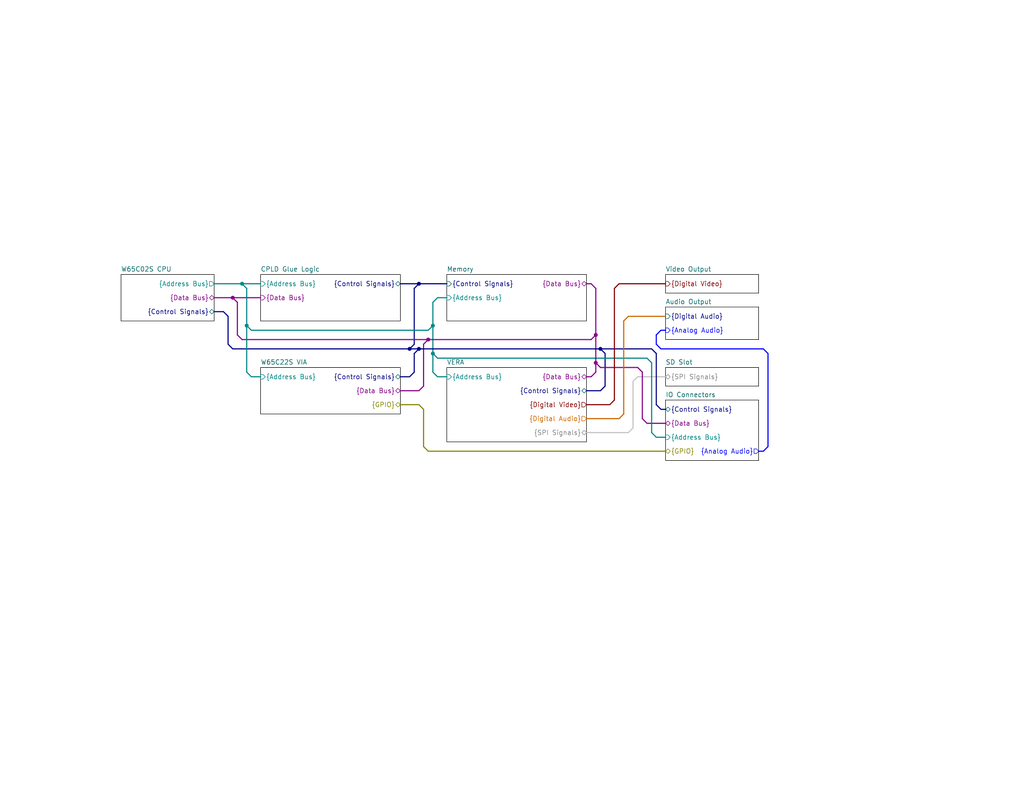
<source format=kicad_sch>
(kicad_sch (version 20230121) (generator eeschema)
  (paper "USLetter")
  (title_block (title "Sentinel 65X") (rev "0") (company "Stuidio 8502"))
  (lib_symbols)
  (bus_alias "Address Bus" (members "A[0..19]" "AC[0..15]"))
  (bus_alias "Analog Audio" (members "AUDIO_L" "AUDIO_R"))
  (bus_alias "Control Signals" (members "~{RES}" "~{NMI}" "~{IRQ}" "~{CS[0..9]}" "~{RD}" "~{WR}" "R/~{W}" "PHI2" "BE" "~{SO}" "RDY"))
  (bus_alias "Data Bus" (members "D[0..7]"))
  (junction (at 162.56 99.06) (color 132 0 132 1))
  (junction (at 118.11 88.9) (color 0 132 132 1))
  (junction (at 67.31 88.9) (color 0 132 132 1))
  (junction (at 66.04 77.47) (color 0 132 132 1))
  (junction (at 162.56 91.44) (color 132 0 132 1))
  (junction (at 114.3 95.25))
  (junction (at 111.76 95.25))
  (junction (at 63.5 81.28) (color 132 0 132 1))
  (junction (at 114.3 77.47))
  (junction (at 116.84 92.71) (color 132 0 132 1))
  (junction (at 118.11 96.52) (color 0 132 132 1))
  (junction (at 163.83 95.25))
  (bus (pts (xy 67.31 101.6) (xy 68.58 102.87)) (stroke (width 0) (color 0 132 132 1)))
  (bus (pts (xy 180.34 111.76) (xy 179.07 110.49)))
  (bus (pts (xy 118.11 101.6) (xy 119.38 102.87)) (stroke (width 0) (color 0 132 132 1)))
  (bus (pts (xy 66.04 77.47) (xy 67.31 78.74)) (stroke (width 0) (color 0 132 132 1)))
  (bus (pts (xy 109.22 102.87) (xy 111.76 102.87)))
  (bus (pts (xy 180.34 111.76) (xy 181.61 111.76)))
  (bus (pts (xy 119.38 97.79) (xy 176.53 97.79)) (stroke (width 0) (color 0 132 132 1)))
  (bus (pts (xy 113.03 96.52) (xy 114.3 95.25)))
  (bus (pts (xy 179.07 91.44) (xy 180.34 90.17)) (stroke (width 0) (color 0 0 255 1)))
  (bus (pts (xy 67.31 88.9) (xy 67.31 101.6)) (stroke (width 0) (color 0 132 132 1)))
  (bus (pts (xy 63.5 95.25) (xy 111.76 95.25)))
  (bus (pts (xy 163.83 95.25) (xy 177.8 95.25)))
  (bus (pts (xy 114.3 77.47) (xy 121.92 77.47)))
  (bus (pts (xy 119.38 102.87) (xy 121.92 102.87)) (stroke (width 0) (color 0 132 132 1)))
  (bus (pts (xy 63.5 81.28) (xy 64.77 82.55)) (stroke (width 0) (color 132 0 132 1)))
  (bus (pts (xy 162.56 78.74) (xy 161.29 77.47)) (stroke (width 0) (color 132 0 132 1)))
  (bus (pts (xy 168.91 77.47) (xy 181.61 77.47)) (stroke (width 0) (color 132 0 0 1)))
  (bus (pts (xy 118.11 82.55) (xy 118.11 88.9)) (stroke (width 0) (color 0 132 132 1)))
  (bus (pts (xy 163.83 100.33) (xy 173.99 100.33)) (stroke (width 0) (color 132 0 132 1)))
  (bus (pts (xy 60.96 85.09) (xy 62.23 86.36)))
  (bus (pts (xy 67.31 78.74) (xy 67.31 88.9)) (stroke (width 0) (color 0 132 132 1)))
  (bus (pts (xy 68.58 90.17) (xy 116.84 90.17)) (stroke (width 0) (color 0 132 132 1)))
  (bus (pts (xy 116.84 123.19) (xy 181.61 123.19)) (stroke (width 0) (color 132 132 0 1)))
  (bus (pts (xy 165.1 105.41) (xy 163.83 106.68)))
  (bus (pts (xy 177.8 99.06) (xy 177.8 118.11)) (stroke (width 0) (color 0 132 132 1)))
  (bus (pts (xy 113.03 78.74) (xy 114.3 77.47)))
  (bus (pts (xy 207.01 123.19) (xy 208.28 123.19)) (stroke (width 0) (color 0 0 255 1)))
  (bus (pts (xy 166.37 110.49) (xy 167.64 109.22)) (stroke (width 0) (color 132 0 0 1)))
  (bus (pts (xy 58.42 85.09) (xy 60.96 85.09)))
  (bus (pts (xy 160.02 102.87) (xy 161.29 102.87)) (stroke (width 0) (color 132 0 132 1)))
  (bus (pts (xy 162.56 91.44) (xy 162.56 99.06)) (stroke (width 0) (color 132 0 132 1)))
  (bus (pts (xy 208.28 95.25) (xy 180.34 95.25)) (stroke (width 0) (color 0 0 255 1)))
  (bus (pts (xy 167.64 78.74) (xy 168.91 77.47)) (stroke (width 0) (color 132 0 0 1)))
  (bus (pts (xy 118.11 96.52) (xy 118.11 101.6)) (stroke (width 0) (color 0 132 132 1)))
  (bus (pts (xy 163.83 100.33) (xy 162.56 99.06)) (stroke (width 0) (color 132 0 132 1)))
  (bus (pts (xy 114.3 95.25) (xy 163.83 95.25)))
  (bus (pts (xy 160.02 114.3) (xy 168.91 114.3)) (stroke (width 0) (color 204 102 0 1)))
  (bus (pts (xy 109.22 77.47) (xy 114.3 77.47)))
  (bus (pts (xy 68.58 102.87) (xy 71.12 102.87)) (stroke (width 0) (color 0 132 132 1)))
  (bus (pts (xy 113.03 93.98) (xy 113.03 78.74)))
  (bus (pts (xy 62.23 86.36) (xy 62.23 93.98)))
  (bus (pts (xy 115.57 93.98) (xy 116.84 92.71)) (stroke (width 0) (color 132 0 132 1)))
  (bus (pts (xy 62.23 93.98) (xy 63.5 95.25)))
  (bus (pts (xy 113.03 96.52) (xy 113.03 101.6)))
  (bus (pts (xy 162.56 99.06) (xy 162.56 101.6)) (stroke (width 0) (color 132 0 132 1)))
  (bus (pts (xy 168.91 114.3) (xy 170.18 113.03)) (stroke (width 0) (color 204 102 0 1)))
  (bus (pts (xy 115.57 111.76) (xy 115.57 121.92)) (stroke (width 0) (color 132 132 0 1)))
  (bus (pts (xy 160.02 110.49) (xy 166.37 110.49)) (stroke (width 0) (color 132 0 0 1)))
  (bus (pts (xy 179.07 91.44) (xy 179.07 93.98)) (stroke (width 0) (color 0 0 255 1)))
  (bus (pts (xy 64.77 91.44) (xy 66.04 92.71)) (stroke (width 0) (color 132 0 132 1)))
  (bus (pts (xy 175.26 101.6) (xy 173.99 100.33)) (stroke (width 0) (color 132 0 132 1)))
  (bus (pts (xy 177.8 118.11) (xy 179.07 119.38)) (stroke (width 0) (color 0 132 132 1)))
  (bus (pts (xy 113.03 93.98) (xy 111.76 95.25)))
  (bus (pts (xy 176.53 115.57) (xy 181.61 115.57)) (stroke (width 0) (color 132 0 132 1)))
  (bus (pts (xy 161.29 92.71) (xy 162.56 91.44)) (stroke (width 0) (color 132 0 132 1)))
  (bus (pts (xy 118.11 96.52) (xy 119.38 97.79)) (stroke (width 0) (color 0 132 132 1)))
  (bus (pts (xy 163.83 95.25) (xy 165.1 96.52)))
  (bus (pts (xy 170.18 87.63) (xy 171.45 86.36)) (stroke (width 0) (color 204 102 0 1)))
  (bus (pts (xy 167.64 78.74) (xy 167.64 109.22)) (stroke (width 0) (color 132 0 0 1)))
  (bus (pts (xy 209.55 121.92) (xy 209.55 96.52)) (stroke (width 0) (color 0 0 255 1)))
  (bus (pts (xy 115.57 105.41) (xy 114.3 106.68)) (stroke (width 0) (color 132 0 132 1)))
  (bus (pts (xy 67.31 88.9) (xy 68.58 90.17)) (stroke (width 0) (color 0 132 132 1)))
  (bus (pts (xy 160.02 118.11) (xy 171.45 118.11)) (stroke (width 0) (color 194 194 194 1)))
  (bus (pts (xy 179.07 119.38) (xy 181.61 119.38)) (stroke (width 0) (color 0 132 132 1)))
  (bus (pts (xy 115.57 121.92) (xy 116.84 123.19)) (stroke (width 0) (color 132 132 0 1)))
  (bus (pts (xy 118.11 82.55) (xy 119.38 81.28)) (stroke (width 0) (color 0 132 132 1)))
  (bus (pts (xy 111.76 102.87) (xy 113.03 101.6)))
  (bus (pts (xy 109.22 106.68) (xy 114.3 106.68)) (stroke (width 0) (color 132 0 132 1)))
  (bus (pts (xy 179.07 96.52) (xy 179.07 110.49)))
  (bus (pts (xy 118.11 88.9) (xy 118.11 96.52)) (stroke (width 0) (color 0 132 132 1)))
  (bus (pts (xy 162.56 101.6) (xy 161.29 102.87)) (stroke (width 0) (color 132 0 132 1)))
  (bus (pts (xy 180.34 90.17) (xy 181.61 90.17)) (stroke (width 0) (color 0 0 255 1)))
  (bus (pts (xy 111.76 95.25) (xy 114.3 95.25)))
  (bus (pts (xy 171.45 86.36) (xy 181.61 86.36)) (stroke (width 0) (color 204 102 0 1)))
  (bus (pts (xy 171.45 118.11) (xy 172.72 116.84)) (stroke (width 0) (color 194 194 194 1)))
  (bus (pts (xy 114.3 110.49) (xy 115.57 111.76)) (stroke (width 0) (color 132 132 0 1)))
  (bus (pts (xy 58.42 81.28) (xy 63.5 81.28)) (stroke (width 0) (color 132 0 132 1)))
  (bus (pts (xy 160.02 77.47) (xy 161.29 77.47)) (stroke (width 0) (color 132 0 132 1)))
  (bus (pts (xy 176.53 97.79) (xy 177.8 99.06)) (stroke (width 0) (color 0 132 132 1)))
  (bus (pts (xy 180.34 95.25) (xy 179.07 93.98)) (stroke (width 0) (color 0 0 255 1)))
  (bus (pts (xy 209.55 96.52) (xy 208.28 95.25)) (stroke (width 0) (color 0 0 255 1)))
  (bus (pts (xy 160.02 106.68) (xy 163.83 106.68)))
  (bus (pts (xy 63.5 81.28) (xy 71.12 81.28)) (stroke (width 0) (color 132 0 132 1)))
  (bus (pts (xy 115.57 93.98) (xy 115.57 105.41)) (stroke (width 0) (color 132 0 132 1)))
  (bus (pts (xy 170.18 87.63) (xy 170.18 113.03)) (stroke (width 0) (color 204 102 0 1)))
  (bus (pts (xy 179.07 96.52) (xy 177.8 95.25)))
  (bus (pts (xy 162.56 78.74) (xy 162.56 91.44)) (stroke (width 0) (color 132 0 132 1)))
  (bus (pts (xy 172.72 104.14) (xy 173.99 102.87)) (stroke (width 0) (color 194 194 194 1)))
  (bus (pts (xy 58.42 77.47) (xy 66.04 77.47)) (stroke (width 0) (color 0 132 132 1)))
  (bus (pts (xy 66.04 92.71) (xy 116.84 92.71)) (stroke (width 0) (color 132 0 132 1)))
  (bus (pts (xy 116.84 90.17) (xy 118.11 88.9)) (stroke (width 0) (color 0 132 132 1)))
  (bus (pts (xy 175.26 101.6) (xy 175.26 114.3)) (stroke (width 0) (color 132 0 132 1)))
  (bus (pts (xy 64.77 82.55) (xy 64.77 91.44)) (stroke (width 0) (color 132 0 132 1)))
  (bus (pts (xy 109.22 110.49) (xy 114.3 110.49)) (stroke (width 0) (color 132 132 0 1)))
  (bus (pts (xy 176.53 115.57) (xy 175.26 114.3)) (stroke (width 0) (color 132 0 132 1)))
  (bus (pts (xy 119.38 81.28) (xy 121.92 81.28)) (stroke (width 0) (color 0 132 132 1)))
  (bus (pts (xy 173.99 102.87) (xy 181.61 102.87)) (stroke (width 0) (color 194 194 194 1)))
  (bus (pts (xy 66.04 77.47) (xy 71.12 77.47)) (stroke (width 0) (color 0 132 132 1)))
  (bus (pts (xy 165.1 96.52) (xy 165.1 105.41)))
  (bus (pts (xy 208.28 123.19) (xy 209.55 121.92)) (stroke (width 0) (color 0 0 255 1)))
  (bus (pts (xy 172.72 104.14) (xy 172.72 116.84)) (stroke (width 0) (color 194 194 194 1)))
  (bus (pts (xy 116.84 92.71) (xy 161.29 92.71)) (stroke (width 0) (color 132 0 132 1)))
  (sheet (at 33.02 74.93) (size 25.4 12.7) (stroke (width 0.1524) (color 0 0 0 1)) (fill (color 255 255 255 1.0000))
    (property "Sheetname" "W65C02S CPU" (at 33.02 74.2184 0) (effects (justify left bottom)))
    (property "Sheetfile" "cpu.kicad_sch" (effects hide))
    (pin "{Address Bus}" output (at 58.42 77.47 0))
    (pin "{Data Bus}" bidirectional (at 58.42 81.28 0))
    (pin "{Control Signals}" bidirectional (at 58.42 85.09 0))
  )
  (sheet (at 181.61 109.22) (size 25.4 16.51) (stroke (width 0.1524) (color 0 0 0 1)) (fill (color 255 255 255 1.0000))
    (property "Sheetname" "IO Connectors" (at 181.61 108.5084 0) (effects (justify left bottom)))
    (property "Sheetfile" "io_connectors.kicad_sch" (effects hide))
    (pin "{Control Signals}" bidirectional (at 181.61 111.76 180))
    (pin "{Data Bus}" bidirectional (at 181.61 115.57 180))
    (pin "{GPIO}" bidirectional (at 181.61 123.19 180))
    (pin "{Address Bus}" input (at 181.61 119.38 180))
    (pin "{Analog Audio}" output (at 207.01 123.19 0))
  )
  (sheet (at 71.12 100.33) (size 38.1 12.7) (stroke (width 0.1524) (color 0 0 0 1)) (fill (color 255 255 255 1.0000))
    (property "Sheetname" "W65C22S VIA" (at 71.12 99.6184 0) (effects (justify left bottom)))
    (property "Sheetfile" "via.kicad_sch" (effects hide))
    (pin "{Control Signals}" bidirectional (at 109.22 102.87 0))
    (pin "{Data Bus}" bidirectional (at 109.22 106.68 0))
    (pin "{Address Bus}" input (at 71.12 102.87 180))
    (pin "{GPIO}" bidirectional (at 109.22 110.49 0))
  )
  (sheet (at 71.12 74.93) (size 38.1 12.7) (stroke (width 0.1524) (color 0 0 0 1)) (fill (color 255 255 255 1.0000))
    (property "Sheetname" "CPLD Glue Logic" (at 71.12 74.2184 0) (effects (justify left bottom)))
    (property "Sheetfile" "glue_logic.kicad_sch" (effects hide))
    (pin "{Address Bus}" input (at 71.12 77.47 180))
    (pin "{Data Bus}" input (at 71.12 81.28 180))
    (pin "{Control Signals}" bidirectional (at 109.22 77.47 0))
  )
  (sheet (at 181.61 74.93) (size 25.4 5.08) (stroke (width 0.1524) (color 0 0 0 1)) (fill (color 255 255 255 1.0000))
    (property "Sheetname" "Video Output" (at 181.61 74.2184 0) (effects (justify left bottom)))
    (property "Sheetfile" "video_out.kicad_sch" (effects hide))
    (pin "{Digital Video}" input (at 181.61 77.47 180))
  )
  (sheet (at 181.61 83.82) (size 25.4 8.89) (stroke (width 0.1524) (color 0 0 0 1)) (fill (color 255 255 255 1.0000))
    (property "Sheetname" "Audio Output" (at 181.61 83.1084 0) (effects (justify left bottom)))
    (property "Sheetfile" "audio_output.kicad_sch" (effects hide))
    (pin "{Analog Audio}" input (at 181.61 90.17 180))
    (pin "{Digital Audio}" input (at 181.61 86.36 180))
  )
  (sheet (at 121.92 74.93) (size 38.1 12.7) (stroke (width 0.1524) (color 0 0 0 1)) (fill (color 255 255 255 1.0000))
    (property "Sheetname" "Memory" (at 121.92 74.2184 0) (effects (justify left bottom)))
    (property "Sheetfile" "memory.kicad_sch" (effects hide))
    (pin "{Control Signals}" input (at 121.92 77.47 180))
    (pin "{Address Bus}" input (at 121.92 81.28 180))
    (pin "{Data Bus}" bidirectional (at 160.02 77.47 0))
  )
  (sheet (at 181.61 100.33) (size 25.4 5.08) (stroke (width 0.1524) (color 0 0 0 1)) (fill (color 255 255 255 1.0000))
    (property "Sheetname" "SD Slot" (at 181.61 99.6184 0) (effects (justify left bottom)))
    (property "Sheetfile" "sd_slot.kicad_sch" (effects hide))
    (pin "{SPI Signals}" bidirectional (at 181.61 102.87 180))
  )
  (sheet (at 121.92 100.33) (size 38.1 20.32) (stroke (width 0.1524) (color 0 0 0 1)) (fill (color 255 255 255 1.0000))
    (property "Sheetname" "VERA" (at 121.92 99.6184 0) (effects (justify left bottom)))
    (property "Sheetfile" "vera.kicad_sch" (effects hide))
    (pin "{Address Bus}" input (at 121.92 102.87 180))
    (pin "{Data Bus}" bidirectional (at 160.02 102.87 0))
    (pin "{Control Signals}" bidirectional (at 160.02 106.68 0))
    (pin "{Digital Video}" output (at 160.02 110.49 0))
    (pin "{Digital Audio}" output (at 160.02 114.3 0))
    (pin "{SPI Signals}" bidirectional (at 160.02 118.11 0))
  )
)
</source>
